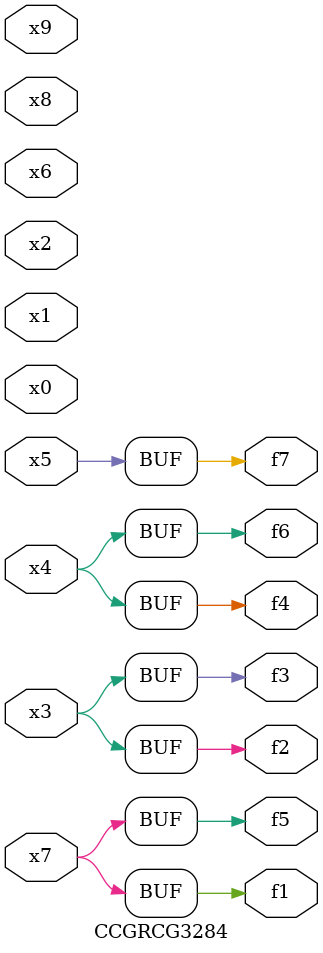
<source format=v>
module CCGRCG3284(
	input x0, x1, x2, x3, x4, x5, x6, x7, x8, x9,
	output f1, f2, f3, f4, f5, f6, f7
);
	assign f1 = x7;
	assign f2 = x3;
	assign f3 = x3;
	assign f4 = x4;
	assign f5 = x7;
	assign f6 = x4;
	assign f7 = x5;
endmodule

</source>
